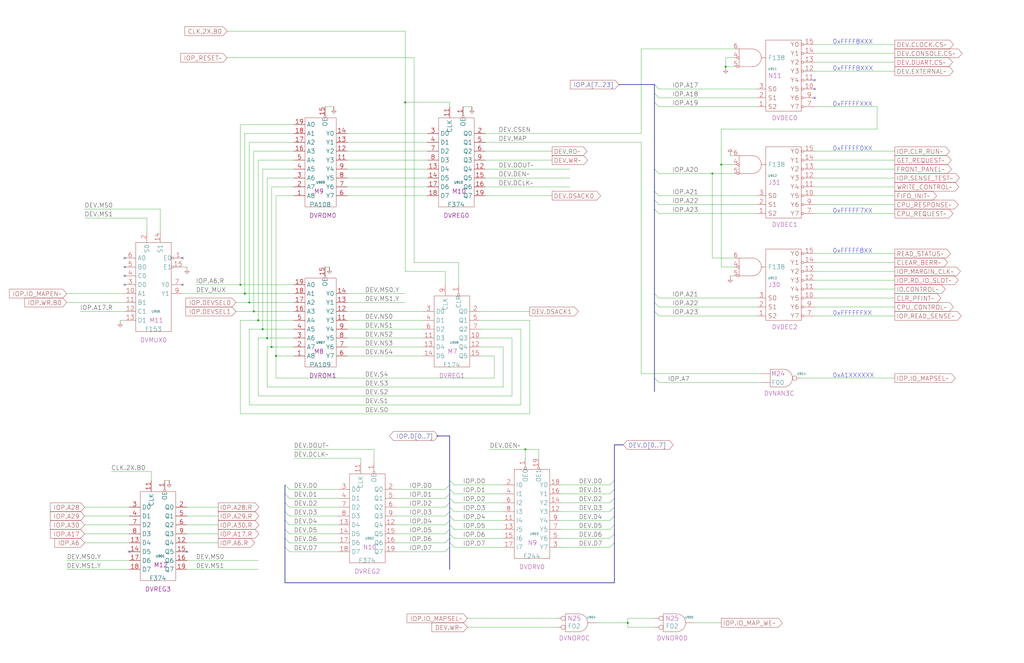
<source format=kicad_sch>
(kicad_sch (version 20250114) (generator "eeschema") (generator_version "9.0")
  (paper "User" 584.2 378.46)
  (title_block (title "DEVICES\\nINTERFACE LOGIC") (date "22-SEP-90") (rev "2.0") (comment 1 "IOC") (comment 2 "232-003061") (comment 3 "S400") (comment 4 "RELEASED"))
  (lib_symbols
    (symbol "r1000:F00" (pin_numbers (hide yes)) (pin_names (hide yes))
      (property "Reference" "U" (at 15.24 0 0))
      (property "Value" "F00" (at 1.905 -5.08 0))
      (property "Location" "___" (at 1.905 0 0))
      (property "Name" "______" (at 2.54 -12.7 0))
      (symbol "F00_1_1"
        (pin input line (at -7.62 0 0) (length 5.08) (name "D0") (number "1"))
        (pin input line (at -7.62 -5.08 0) (length 5.08) (name "D1") (number "2"))
        (pin output line (at 15.24 -2.54 180) (length 2.54) (name "Q") (number "3"))
      )
      (symbol "F00_1_2"
        (pin input line (at -7.62 0 0) (length 2.54) (name "D0") (number "1"))
        (pin input line (at -7.62 -5.08 0) (length 2.54) (name "D1") (number "2"))
        (pin output line (at 15.24 -2.54 180) (length 5.08) (name "Q") (number "3"))
      )
    )
    (symbol "r1000:F02" (pin_numbers (hide yes)) (pin_names (hide yes))
      (property "Reference" "U" (at 12.16 0.635 0))
      (property "Value" "F02" (at -1.27 -4.445 0))
      (property "Location" "___" (at 2.54 0 0))
      (property "Name" "______" (at 2.54 -12.7 0))
      (symbol "F02_1_1"
        (pin input line (at -7.62 0 0) (length 2.54) (name "D0") (number "1"))
        (pin input line (at -7.62 -5.08 0) (length 2.54) (name "D1") (number "2"))
        (pin output line (at 15.24 -2.54 180) (length 1.27) (name "Q") (number "3"))
      )
      (symbol "F02_1_2"
        (pin input line (at -7.62 0 0) (length 2.54) (name "D0") (number "1"))
        (pin input line (at -7.62 -5.08 0) (length 2.54) (name "D1") (number "2"))
        (pin output line (at 15.24 -2.54 180) (length 2.54) (name "Q") (number "3"))
      )
    )
    (symbol "r1000:F138" (pin_names (offset 1.016) (hide yes))
      (property "Reference" "U" (at 1.27 3.81 0))
      (property "Value" "F138" (at -1.27 10.16 0))
      (property "Location" "___" (at -1.27 0 0))
      (property "Name" "______" (at 8.255 -24.13 0))
      (symbol "F138_1_1"
        (text "S" (at 0 -7.62 0) (effects (font (size 2.54 2.54))))
        (text "S" (at 0 -12.7 0) (effects (font (size 2.54 2.54))))
        (text "S" (at 0 -17.78 0) (effects (font (size 2.54 2.54))))
        (text "0" (at 2.54 -7.62 0) (effects (font (size 2.54 2.54))))
        (text "1" (at 2.54 -12.7 0) (effects (font (size 2.54 2.54))))
        (text "2" (at 2.54 -17.78 0) (effects (font (size 2.54 2.54))))
        (text "Y" (at 12.7 17.78 0) (effects (font (size 2.54 2.54))))
        (text "Y" (at 12.7 12.7 0) (effects (font (size 2.54 2.54))))
        (text "Y" (at 12.7 7.62 0) (effects (font (size 2.54 2.54))))
        (text "Y" (at 12.7 2.54 0) (effects (font (size 2.54 2.54))))
        (text "Y" (at 12.7 -2.54 0) (effects (font (size 2.54 2.54))))
        (text "Y" (at 12.7 -7.62 0) (effects (font (size 2.54 2.54))))
        (text "Y" (at 12.7 -12.7 0) (effects (font (size 2.54 2.54))))
        (text "Y" (at 12.7 -17.78 0) (effects (font (size 2.54 2.54))))
        (text "0" (at 15.24 17.78 0) (effects (font (size 2.54 2.54))))
        (text "1" (at 15.24 12.7 0) (effects (font (size 2.54 2.54))))
        (text "2" (at 15.24 7.62 0) (effects (font (size 2.54 2.54))))
        (text "3" (at 15.24 2.54 0) (effects (font (size 2.54 2.54))))
        (text "4" (at 15.24 -2.54 0) (effects (font (size 2.54 2.54))))
        (text "5" (at 15.24 -7.62 0) (effects (font (size 2.54 2.54))))
        (text "6" (at 15.24 -12.7 0) (effects (font (size 2.54 2.54))))
        (text "7" (at 15.24 -17.78 0) (effects (font (size 2.54 2.54))))
        (pin input line (at -20.32 15.24 0) (length 1.27) (name "D0") (number "6"))
        (pin input line (at -20.32 10.16 0) (length 1.27) (name "D1") (number "4"))
        (pin input line (at -20.32 5.08 0) (length 1.27) (name "D2") (number "5"))
        (pin input line (at -7.62 -7.62 0) (length 5.08) (name "S0") (number "3"))
        (pin input line (at -7.62 -12.7 0) (length 5.08) (name "S1") (number "2"))
        (pin input line (at -7.62 -17.78 0) (length 5.08) (name "S2") (number "1"))
        (pin output line (at 25.4 17.78 180) (length 6.35) (name "Y0_") (number "15"))
        (pin output line (at 25.4 12.7 180) (length 6.35) (name "Y1_") (number "14"))
        (pin output line (at 25.4 7.62 180) (length 6.35) (name "Y2_") (number "13"))
        (pin output line (at 25.4 2.54 180) (length 6.35) (name "Y3_") (number "12"))
        (pin output line (at 25.4 -2.54 180) (length 6.35) (name "Y4_") (number "11"))
        (pin output line (at 25.4 -7.62 180) (length 6.35) (name "Y5_") (number "10"))
        (pin output line (at 25.4 -12.7 180) (length 6.35) (name "Y6_") (number "9"))
        (pin output line (at 25.4 -17.78 180) (length 6.35) (name "Y7_") (number "7"))
      )
    )
    (symbol "r1000:F153" (pin_names (offset 1.016))
      (property "Reference" "U" (at 2.54 5.08 0))
      (property "Value" "F153" (at -3.81 -5.08 0))
      (property "Location" "___" (at -1.27 0 0))
      (property "Name" "______" (at 1.27 -12.7 0))
      (symbol "F153_1_1"
        (pin input line (at -15.24 35.56 0) (length 6.35) (name "A0") (number "6"))
        (pin input line (at -15.24 30.48 0) (length 6.35) (name "B0") (number "5"))
        (pin input line (at -15.24 25.4 0) (length 6.35) (name "C0") (number "4"))
        (pin input line (at -15.24 20.32 0) (length 6.35) (name "D0") (number "3"))
        (pin input line (at -15.24 15.24 0) (length 6.35) (name "A1") (number "10"))
        (pin input line (at -15.24 10.16 0) (length 6.35) (name "B1") (number "11"))
        (pin input line (at -15.24 5.08 0) (length 6.35) (name "C1") (number "12"))
        (pin input line (at -15.24 0 0) (length 6.35) (name "D1") (number "13"))
        (pin input line (at -2.54 50.8 270) (length 6.35) (name "S0") (number "2"))
        (pin input line (at 5.08 50.8 270) (length 6.35) (name "S1") (number "14"))
        (pin input line (at 17.78 35.56 180) (length 5.08) (name "E0") (number "1"))
        (pin input line (at 17.78 30.48 180) (length 5.08) (name "E1") (number "15"))
        (pin output line (at 17.78 20.32 180) (length 6.35) (name "Y0") (number "7"))
        (pin output line (at 17.78 15.24 180) (length 6.35) (name "Y1") (number "9"))
      )
    )
    (symbol "r1000:F174" (pin_names (offset 1.016))
      (property "Reference" "U" (at 2.54 5.08 0))
      (property "Value" "F174" (at -3.81 -7.62 0))
      (property "Location" "___" (at -1.27 0 0))
      (property "Name" "______" (at 1.27 -15.24 0))
      (symbol "F174_1_1"
        (pin input line (at -15.24 22.86 0) (length 6.35) (name "D0") (number "3"))
        (pin input line (at -15.24 17.78 0) (length 6.35) (name "D1") (number "4"))
        (pin input line (at -15.24 12.7 0) (length 6.35) (name "D2") (number "6"))
        (pin input line (at -15.24 7.62 0) (length 6.35) (name "D3") (number "11"))
        (pin input line (at -15.24 2.54 0) (length 6.35) (name "D4") (number "13"))
        (pin input line (at -15.24 -2.54 0) (length 6.35) (name "D5") (number "14"))
        (pin input line (at -2.54 38.1 270) (length 6.35) (name "CLK") (number "9"))
        (pin input line (at 5.08 38.1 270) (length 5.08) (name "CLR") (number "1"))
        (pin output line (at 17.78 22.86 180) (length 6.35) (name "Q0") (number "2"))
        (pin output line (at 17.78 17.78 180) (length 6.35) (name "Q1") (number "5"))
        (pin output line (at 17.78 12.7 180) (length 6.35) (name "Q2") (number "7"))
        (pin output line (at 17.78 7.62 180) (length 6.35) (name "Q3") (number "10"))
        (pin output line (at 17.78 2.54 180) (length 6.35) (name "Q4") (number "12"))
        (pin output line (at 17.78 -2.54 180) (length 6.35) (name "Q5") (number "15"))
      )
    )
    (symbol "r1000:F244" (pin_names (offset 1.016))
      (property "Reference" "U" (at 2.54 5.08 0))
      (property "Value" "F244" (at -3.81 -7.62 0))
      (property "Location" "___" (at -1.27 0 0))
      (property "Name" "______" (at 1.27 -15.24 0))
      (symbol "F244_1_1"
        (pin input line (at -15.24 33.02 0) (length 6.35) (name "I0") (number "2"))
        (pin input line (at -15.24 27.94 0) (length 6.35) (name "I1") (number "4"))
        (pin input line (at -15.24 22.86 0) (length 6.35) (name "I2") (number "6"))
        (pin input line (at -15.24 17.78 0) (length 6.35) (name "I3") (number "8"))
        (pin input line (at -15.24 12.7 0) (length 6.35) (name "I4") (number "11"))
        (pin input line (at -15.24 7.62 0) (length 6.35) (name "I5") (number "13"))
        (pin input line (at -15.24 2.54 0) (length 6.35) (name "I6") (number "15"))
        (pin input line (at -15.24 -2.54 0) (length 6.35) (name "I7") (number "17"))
        (pin input line (at -2.54 48.26 270) (length 5.08) (name "OE0") (number "1"))
        (pin input line (at 5.08 48.26 270) (length 5.08) (name "OE1") (number "19"))
        (pin tri_state line (at 17.78 33.02 180) (length 6.35) (name "Y0") (number "18"))
        (pin tri_state line (at 17.78 27.94 180) (length 6.35) (name "Y1") (number "16"))
        (pin tri_state line (at 17.78 22.86 180) (length 6.35) (name "Y2") (number "14"))
        (pin tri_state line (at 17.78 17.78 180) (length 6.35) (name "Y3") (number "12"))
        (pin tri_state line (at 17.78 12.7 180) (length 6.35) (name "Y4") (number "9"))
        (pin tri_state line (at 17.78 7.62 180) (length 6.35) (name "Y5") (number "7"))
        (pin tri_state line (at 17.78 2.54 180) (length 6.35) (name "Y6") (number "5"))
        (pin tri_state line (at 17.78 -2.54 180) (length 6.35) (name "Y7") (number "3"))
      )
    )
    (symbol "r1000:F374" (pin_names (offset 1.016))
      (property "Reference" "U" (at 2.54 5.08 0))
      (property "Value" "F374" (at -3.81 -7.62 0))
      (property "Location" "___" (at -1.27 0 0))
      (property "Name" "______" (at 1.27 -15.24 0))
      (symbol "F374_1_1"
        (pin input line (at -15.24 33.02 0) (length 6.35) (name "D0") (number "3"))
        (pin input line (at -15.24 27.94 0) (length 6.35) (name "D1") (number "4"))
        (pin input line (at -15.24 22.86 0) (length 6.35) (name "D2") (number "7"))
        (pin input line (at -15.24 17.78 0) (length 6.35) (name "D3") (number "8"))
        (pin input line (at -15.24 12.7 0) (length 6.35) (name "D4") (number "13"))
        (pin input line (at -15.24 7.62 0) (length 6.35) (name "D5") (number "14"))
        (pin input line (at -15.24 2.54 0) (length 6.35) (name "D6") (number "17"))
        (pin input line (at -15.24 -2.54 0) (length 6.35) (name "D7") (number "18"))
        (pin input line (at -2.54 48.26 270) (length 6.35) (name "CLK") (number "11"))
        (pin input line (at 5.08 48.26 270) (length 5.08) (name "OE") (number "1"))
        (pin tri_state line (at 17.78 33.02 180) (length 6.35) (name "Q0") (number "2"))
        (pin tri_state line (at 17.78 27.94 180) (length 6.35) (name "Q1") (number "5"))
        (pin tri_state line (at 17.78 22.86 180) (length 6.35) (name "Q2") (number "6"))
        (pin tri_state line (at 17.78 17.78 180) (length 6.35) (name "Q3") (number "9"))
        (pin tri_state line (at 17.78 12.7 180) (length 6.35) (name "Q4") (number "12"))
        (pin tri_state line (at 17.78 7.62 180) (length 6.35) (name "Q5") (number "15"))
        (pin tri_state line (at 17.78 2.54 180) (length 6.35) (name "Q6") (number "16"))
        (pin tri_state line (at 17.78 -2.54 180) (length 6.35) (name "Q7") (number "19"))
      )
    )
    (symbol "r1000:PAxxx" (pin_names (offset 1.016))
      (property "Reference" "U" (at 2.54 5.08 0))
      (property "Value" "PAxxx" (at -3.81 -7.62 0))
      (property "Location" "___" (at -1.27 0 0))
      (property "Name" "______" (at 3.81 -15.24 0))
      (symbol "PAxxx_1_1"
        (pin input line (at -12.7 38.1 0) (length 6.35) (name "A0") (number "19"))
        (pin input line (at -12.7 33.02 0) (length 6.35) (name "A1") (number "18"))
        (pin input line (at -12.7 27.94 0) (length 6.35) (name "A2") (number "17"))
        (pin input line (at -12.7 22.86 0) (length 6.35) (name "A3") (number "16"))
        (pin input line (at -12.7 17.78 0) (length 6.35) (name "A4") (number "5"))
        (pin input line (at -12.7 12.7 0) (length 6.35) (name "A5") (number "4"))
        (pin input line (at -12.7 7.62 0) (length 6.35) (name "A6") (number "3"))
        (pin input line (at -12.7 2.54 0) (length 6.35) (name "A7") (number "2"))
        (pin input line (at -12.7 -2.54 0) (length 6.35) (name "A8") (number "1"))
        (pin input line (at 5.08 48.26 270) (length 5.08) (name "OE") (number "15"))
        (pin tri_state line (at 17.78 33.02 180) (length 6.35) (name "Y0") (number "14"))
        (pin tri_state line (at 17.78 27.94 180) (length 6.35) (name "Y1") (number "13"))
        (pin tri_state line (at 17.78 22.86 180) (length 6.35) (name "Y2") (number "12"))
        (pin tri_state line (at 17.78 17.78 180) (length 6.35) (name "Y3") (number "11"))
        (pin tri_state line (at 17.78 12.7 180) (length 6.35) (name "Y4") (number "9"))
        (pin tri_state line (at 17.78 7.62 180) (length 6.35) (name "Y5") (number "8"))
        (pin tri_state line (at 17.78 2.54 180) (length 6.35) (name "Y6") (number "7"))
        (pin tri_state line (at 17.78 -2.54 180) (length 6.35) (name "Y7") (number "6"))
      )
    )
    (symbol "r1000:PD" (power) (pin_numbers (hide yes)) (pin_names (hide yes)) (in_bom no)
      (symbol "PD_1_1"
        (pin power_in line (at 0 0 270) (length 2.54) (name "PD") (number "1"))
      )
    )
    (symbol "r1000:PU" (power) (pin_numbers (hide yes)) (pin_names (hide yes))
      (symbol "PU_1_1"
        (pin power_in line (at 0 0 90) (length 2.54) (name "PU") (number "1"))
      )
    )
  )
  (text "0xA1XXXXXX" (at 474.98 215.9 0) (effects (font (size 2.54 2.54)) (justify left bottom)))
  (text "0xFFFFFXXX" (at 474.98 60.96 0) (effects (font (size 2.54 2.54)) (justify left bottom)))
  (text "0xFFFFF7XX" (at 474.98 121.92 0) (effects (font (size 2.54 2.54)) (justify left bottom)))
  (text "0xFFFFF0XX" (at 474.98 86.36 0) (effects (font (size 2.54 2.54)) (justify left bottom)))
  (text "0xFFFFF8XX" (at 474.98 144.78 0) (effects (font (size 2.54 2.54)) (justify left bottom)))
  (text "0xFFFFBXXX" (at 474.98 40.64 0) (effects (font (size 2.54 2.54)) (justify left bottom)))
  (text "0xFFFF8XXX" (at 474.98 25.4 0) (effects (font (size 2.54 2.54)) (justify left bottom)))
  (text "0xFFFFFFXX" (at 474.98 180.34 0) (effects (font (size 2.54 2.54)) (justify left bottom)))
  (junction (at 411.48 93.98))
  (junction (at 231.14 58.42))
  (junction (at 149.86 187.96))
  (junction (at 299.72 256.54))
  (junction (at 137.16 162.56))
  (junction (at 144.78 177.8))
  (junction (at 406.4 99.06))
  (junction (at 152.4 193.04))
  (junction (at 154.94 198.12))
  (junction (at 157.48 203.2))
  (junction (at 147.32 182.88))
  (junction (at 358.14 355.6))
  (junction (at 142.24 172.72))
  (junction (at 414.02 38.1))
  (junction (at 139.7 167.64))
  (no_connect (at 71.12 147.32))
  (no_connect (at 71.12 162.56))
  (no_connect (at 464.82 50.8))
  (no_connect (at 106.68 314.96))
  (no_connect (at 71.12 152.4))
  (no_connect (at 104.14 147.32))
  (no_connect (at 71.12 157.48))
  (no_connect (at 104.14 162.56))
  (no_connect (at 73.66 314.96))
  (no_connect (at 464.82 55.88))
  (no_connect (at 464.82 45.72))
  (bus_entry (at 256.54 279.4) (size 2.54 2.54))
  (bus_entry (at 350.52 289.56) (size -2.54 2.54))
  (bus_entry (at 256.54 284.48) (size 2.54 2.54))
  (bus_entry (at 373.38 48.26) (size 2.54 2.54))
  (bus_entry (at 350.52 284.48) (size -2.54 2.54))
  (bus_entry (at 350.52 299.72) (size -2.54 2.54))
  (bus_entry (at 373.38 96.52) (size 2.54 2.54))
  (bus_entry (at 373.38 215.9) (size 2.54 2.54))
  (bus_entry (at 162.56 302.26) (size 2.54 2.54))
  (bus_entry (at 350.52 274.32) (size -2.54 2.54))
  (bus_entry (at 350.52 304.8) (size -2.54 2.54))
  (bus_entry (at 350.52 309.88) (size -2.54 2.54))
  (bus_entry (at 256.54 292.1) (size -2.54 2.54))
  (bus_entry (at 256.54 297.18) (size -2.54 2.54))
  (bus_entry (at 373.38 119.38) (size 2.54 2.54))
  (bus_entry (at 373.38 172.72) (size 2.54 2.54))
  (bus_entry (at 162.56 297.18) (size 2.54 2.54))
  (bus_entry (at 162.56 307.34) (size 2.54 2.54))
  (bus_entry (at 373.38 58.42) (size 2.54 2.54))
  (bus_entry (at 256.54 287.02) (size -2.54 2.54))
  (bus_entry (at 162.56 287.02) (size 2.54 2.54))
  (bus_entry (at 256.54 294.64) (size 2.54 2.54))
  (bus_entry (at 256.54 281.94) (size -2.54 2.54))
  (bus_entry (at 373.38 177.8) (size 2.54 2.54))
  (bus_entry (at 162.56 276.86) (size 2.54 2.54))
  (bus_entry (at 373.38 167.64) (size 2.54 2.54))
  (bus_entry (at 256.54 312.42) (size -2.54 2.54))
  (bus_entry (at 162.56 292.1) (size 2.54 2.54))
  (bus_entry (at 373.38 114.3) (size 2.54 2.54))
  (bus_entry (at 373.38 109.22) (size 2.54 2.54))
  (bus_entry (at 256.54 276.86) (size -2.54 2.54))
  (bus_entry (at 256.54 309.88) (size 2.54 2.54))
  (bus_entry (at 256.54 307.34) (size -2.54 2.54))
  (bus_entry (at 350.52 279.4) (size -2.54 2.54))
  (bus_entry (at 373.38 53.34) (size 2.54 2.54))
  (bus_entry (at 350.52 294.64) (size -2.54 2.54))
  (bus_entry (at 256.54 302.26) (size -2.54 2.54))
  (bus_entry (at 162.56 312.42) (size 2.54 2.54))
  (bus_entry (at 256.54 304.8) (size 2.54 2.54))
  (bus_entry (at 256.54 299.72) (size 2.54 2.54))
  (bus_entry (at 256.54 289.56) (size 2.54 2.54))
  (bus_entry (at 256.54 274.32) (size 2.54 2.54))
  (bus_entry (at 162.56 281.94) (size 2.54 2.54))
  (wire (pts (xy 411.48 152.4) (xy 419.1 152.4)))
  (wire (pts (xy 375.92 175.26) (xy 431.8 175.26)))
  (wire (pts (xy 185.42 152.4) (xy 187.96 152.4)))
  (wire (pts (xy 83.82 124.46) (xy 83.82 132.08)))
  (wire (pts (xy 142.24 81.28) (xy 142.24 172.72)))
  (wire (pts (xy 167.64 256.54) (xy 213.36 256.54)))
  (wire (pts (xy 137.16 182.88) (xy 147.32 182.88)))
  (wire (pts (xy 167.64 81.28) (xy 142.24 81.28)))
  (wire (pts (xy 375.92 50.8) (xy 431.8 50.8)))
  (wire (pts (xy 165.1 299.72) (xy 193.04 299.72)))
  (bus (pts (xy 162.56 302.26) (xy 162.56 307.34)))
  (wire (pts (xy 411.48 73.66) (xy 411.48 93.98)))
  (wire (pts (xy 231.14 154.94) (xy 231.14 58.42)))
  (wire (pts (xy 292.1 193.04) (xy 292.1 226.06)))
  (wire (pts (xy 375.92 60.96) (xy 431.8 60.96)))
  (wire (pts (xy 144.78 177.8) (xy 167.64 177.8)))
  (bus (pts (xy 162.56 297.18) (xy 162.56 302.26)))
  (wire (pts (xy 256.54 60.96) (xy 256.54 58.42)))
  (bus (pts (xy 373.38 48.26) (xy 373.38 53.34)))
  (wire (pts (xy 86.36 269.24) (xy 86.36 274.32)))
  (wire (pts (xy 147.32 193.04) (xy 152.4 193.04)))
  (bus (pts (xy 256.54 292.1) (xy 256.54 294.64)))
  (wire (pts (xy 406.4 147.32) (xy 419.1 147.32)))
  (wire (pts (xy 165.1 284.48) (xy 193.04 284.48)))
  (wire (pts (xy 411.48 93.98) (xy 419.1 93.98)))
  (wire (pts (xy 167.64 91.44) (xy 147.32 91.44)))
  (wire (pts (xy 152.4 220.98) (xy 287.02 220.98)))
  (wire (pts (xy 129.54 33.02) (xy 236.22 33.02)))
  (wire (pts (xy 198.12 86.36) (xy 243.84 86.36)))
  (wire (pts (xy 38.1 325.12) (xy 73.66 325.12)))
  (wire (pts (xy 157.48 111.76) (xy 157.48 203.2)))
  (wire (pts (xy 464.82 96.52) (xy 510.54 96.52)))
  (wire (pts (xy 365.76 81.28) (xy 365.76 213.36)))
  (wire (pts (xy 106.68 320.04) (xy 147.32 320.04)))
  (bus (pts (xy 256.54 297.18) (xy 256.54 299.72)))
  (wire (pts (xy 149.86 187.96) (xy 149.86 96.52)))
  (wire (pts (xy 464.82 30.48) (xy 510.54 30.48)))
  (wire (pts (xy 165.1 304.8) (xy 193.04 304.8)))
  (wire (pts (xy 198.12 96.52) (xy 243.84 96.52)))
  (wire (pts (xy 48.26 124.46) (xy 83.82 124.46)))
  (wire (pts (xy 137.16 71.12) (xy 137.16 162.56)))
  (wire (pts (xy 297.18 231.14) (xy 297.18 187.96)))
  (wire (pts (xy 464.82 149.86) (xy 510.54 149.86)))
  (bus (pts (xy 256.54 284.48) (xy 256.54 287.02)))
  (wire (pts (xy 264.16 60.96) (xy 269.24 60.96)))
  (bus (pts (xy 350.52 274.32) (xy 350.52 279.4)))
  (wire (pts (xy 134.62 177.8) (xy 144.78 177.8)))
  (wire (pts (xy 375.92 55.88) (xy 431.8 55.88)))
  (wire (pts (xy 320.04 292.1) (xy 347.98 292.1)))
  (bus (pts (xy 256.54 302.26) (xy 256.54 304.8)))
  (wire (pts (xy 274.32 193.04) (xy 292.1 193.04)))
  (bus (pts (xy 256.54 307.34) (xy 256.54 309.88)))
  (wire (pts (xy 274.32 182.88) (xy 302.26 182.88)))
  (bus (pts (xy 350.52 299.72) (xy 350.52 304.8)))
  (wire (pts (xy 276.86 81.28) (xy 365.76 81.28)))
  (wire (pts (xy 276.86 86.36) (xy 314.96 86.36)))
  (wire (pts (xy 185.42 60.96) (xy 190.5 60.96)))
  (wire (pts (xy 406.4 99.06) (xy 406.4 147.32)))
  (wire (pts (xy 147.32 226.06) (xy 147.32 193.04)))
  (wire (pts (xy 38.1 320.04) (xy 73.66 320.04)))
  (wire (pts (xy 464.82 60.96) (xy 500.38 60.96)))
  (wire (pts (xy 198.12 91.44) (xy 243.84 91.44)))
  (wire (pts (xy 302.26 236.22) (xy 137.16 236.22)))
  (bus (pts (xy 350.52 309.88) (xy 350.52 332.74)))
  (wire (pts (xy 457.2 215.9) (xy 510.54 215.9)))
  (wire (pts (xy 236.22 149.86) (xy 261.62 149.86)))
  (wire (pts (xy 297.18 187.96) (xy 274.32 187.96)))
  (wire (pts (xy 416.56 157.48) (xy 419.1 157.48)))
  (wire (pts (xy 198.12 187.96) (xy 241.3 187.96)))
  (wire (pts (xy 464.82 101.6) (xy 510.54 101.6)))
  (wire (pts (xy 198.12 172.72) (xy 231.14 172.72)))
  (wire (pts (xy 226.06 279.4) (xy 254 279.4)))
  (wire (pts (xy 276.86 101.6) (xy 325.12 101.6)))
  (wire (pts (xy 302.26 182.88) (xy 302.26 236.22)))
  (wire (pts (xy 320.04 281.94) (xy 347.98 281.94)))
  (wire (pts (xy 134.62 172.72) (xy 142.24 172.72)))
  (wire (pts (xy 276.86 111.76) (xy 314.96 111.76)))
  (wire (pts (xy 274.32 203.2) (xy 281.94 203.2)))
  (wire (pts (xy 320.04 276.86) (xy 347.98 276.86)))
  (wire (pts (xy 139.7 167.64) (xy 139.7 76.2)))
  (bus (pts (xy 373.38 172.72) (xy 373.38 177.8)))
  (wire (pts (xy 142.24 172.72) (xy 167.64 172.72)))
  (wire (pts (xy 198.12 198.12) (xy 241.3 198.12)))
  (wire (pts (xy 147.32 182.88) (xy 167.64 182.88)))
  (wire (pts (xy 276.86 106.68) (xy 325.12 106.68)))
  (wire (pts (xy 157.48 215.9) (xy 157.48 203.2)))
  (wire (pts (xy 167.64 187.96) (xy 149.86 187.96)))
  (bus (pts (xy 373.38 167.64) (xy 373.38 172.72)))
  (bus (pts (xy 256.54 248.92) (xy 256.54 274.32)))
  (bus (pts (xy 162.56 276.86) (xy 162.56 281.94)))
  (wire (pts (xy 287.02 220.98) (xy 287.02 198.12)))
  (wire (pts (xy 414.02 38.1) (xy 419.1 38.1)))
  (wire (pts (xy 38.1 172.72) (xy 71.12 172.72)))
  (wire (pts (xy 464.82 91.44) (xy 510.54 91.44)))
  (wire (pts (xy 144.78 177.8) (xy 144.78 86.36)))
  (wire (pts (xy 281.94 203.2) (xy 281.94 215.9)))
  (wire (pts (xy 226.06 314.96) (xy 254 314.96)))
  (wire (pts (xy 198.12 101.6) (xy 243.84 101.6)))
  (wire (pts (xy 154.94 106.68) (xy 167.64 106.68)))
  (wire (pts (xy 104.14 152.4) (xy 106.68 152.4)))
  (wire (pts (xy 464.82 111.76) (xy 510.54 111.76)))
  (bus (pts (xy 350.52 254) (xy 355.6 254)))
  (wire (pts (xy 266.7 353.06) (xy 317.5 353.06)))
  (wire (pts (xy 231.14 58.42) (xy 256.54 58.42)))
  (wire (pts (xy 106.68 304.8) (xy 124.46 304.8)))
  (wire (pts (xy 93.98 274.32) (xy 96.52 274.32)))
  (wire (pts (xy 167.64 198.12) (xy 154.94 198.12)))
  (wire (pts (xy 411.48 93.98) (xy 411.48 152.4)))
  (wire (pts (xy 464.82 121.92) (xy 510.54 121.92)))
  (wire (pts (xy 365.76 76.2) (xy 276.86 76.2)))
  (wire (pts (xy 254 154.94) (xy 231.14 154.94)))
  (bus (pts (xy 162.56 312.42) (xy 162.56 332.74)))
  (wire (pts (xy 414.02 33.02) (xy 414.02 38.1)))
  (wire (pts (xy 231.14 58.42) (xy 231.14 17.78)))
  (wire (pts (xy 419.1 33.02) (xy 414.02 33.02)))
  (wire (pts (xy 226.06 309.88) (xy 254 309.88)))
  (bus (pts (xy 350.52 304.8) (xy 350.52 309.88)))
  (bus (pts (xy 162.56 281.94) (xy 162.56 287.02)))
  (wire (pts (xy 375.92 180.34) (xy 431.8 180.34)))
  (wire (pts (xy 320.04 297.18) (xy 347.98 297.18)))
  (wire (pts (xy 464.82 40.64) (xy 510.54 40.64)))
  (bus (pts (xy 248.92 248.92) (xy 256.54 248.92)))
  (bus (pts (xy 350.52 279.4) (xy 350.52 284.48)))
  (wire (pts (xy 63.5 269.24) (xy 86.36 269.24)))
  (wire (pts (xy 365.76 213.36) (xy 434.34 213.36)))
  (wire (pts (xy 198.12 167.64) (xy 231.14 167.64)))
  (bus (pts (xy 350.52 284.48) (xy 350.52 289.56)))
  (wire (pts (xy 226.06 299.72) (xy 254 299.72)))
  (bus (pts (xy 373.38 96.52) (xy 373.38 109.22)))
  (wire (pts (xy 226.06 294.64) (xy 254 294.64)))
  (wire (pts (xy 198.12 182.88) (xy 241.3 182.88)))
  (wire (pts (xy 464.82 165.1) (xy 510.54 165.1)))
  (wire (pts (xy 464.82 106.68) (xy 510.54 106.68)))
  (wire (pts (xy 375.92 121.92) (xy 431.8 121.92)))
  (wire (pts (xy 152.4 101.6) (xy 152.4 193.04)))
  (wire (pts (xy 340.36 355.6) (xy 358.14 355.6)))
  (bus (pts (xy 256.54 304.8) (xy 256.54 307.34)))
  (wire (pts (xy 299.72 256.54) (xy 307.34 256.54)))
  (wire (pts (xy 375.92 116.84) (xy 431.8 116.84)))
  (wire (pts (xy 106.68 309.88) (xy 124.46 309.88)))
  (wire (pts (xy 500.38 60.96) (xy 500.38 73.66)))
  (wire (pts (xy 111.76 162.56) (xy 137.16 162.56)))
  (wire (pts (xy 154.94 198.12) (xy 152.4 198.12)))
  (wire (pts (xy 259.08 276.86) (xy 287.02 276.86)))
  (bus (pts (xy 162.56 292.1) (xy 162.56 297.18)))
  (wire (pts (xy 396.24 355.6) (xy 411.48 355.6)))
  (wire (pts (xy 165.1 294.64) (xy 193.04 294.64)))
  (wire (pts (xy 259.08 292.1) (xy 287.02 292.1)))
  (wire (pts (xy 259.08 281.94) (xy 287.02 281.94)))
  (wire (pts (xy 406.4 99.06) (xy 419.1 99.06)))
  (wire (pts (xy 142.24 231.14) (xy 297.18 231.14)))
  (wire (pts (xy 464.82 35.56) (xy 510.54 35.56)))
  (wire (pts (xy 259.08 307.34) (xy 287.02 307.34)))
  (wire (pts (xy 167.64 71.12) (xy 137.16 71.12)))
  (wire (pts (xy 279.4 256.54) (xy 299.72 256.54)))
  (bus (pts (xy 256.54 309.88) (xy 256.54 312.42)))
  (wire (pts (xy 464.82 86.36) (xy 510.54 86.36)))
  (bus (pts (xy 162.56 332.74) (xy 350.52 332.74)))
  (wire (pts (xy 38.1 167.64) (xy 71.12 167.64)))
  (wire (pts (xy 464.82 180.34) (xy 510.54 180.34)))
  (bus (pts (xy 162.56 307.34) (xy 162.56 312.42)))
  (bus (pts (xy 256.54 294.64) (xy 256.54 297.18)))
  (wire (pts (xy 416.56 88.9) (xy 419.1 88.9)))
  (wire (pts (xy 226.06 284.48) (xy 254 284.48)))
  (wire (pts (xy 152.4 193.04) (xy 167.64 193.04)))
  (wire (pts (xy 198.12 76.2) (xy 243.84 76.2)))
  (wire (pts (xy 106.68 325.12) (xy 147.32 325.12)))
  (wire (pts (xy 464.82 160.02) (xy 510.54 160.02)))
  (wire (pts (xy 464.82 144.78) (xy 510.54 144.78)))
  (bus (pts (xy 256.54 312.42) (xy 256.54 325.12)))
  (wire (pts (xy 299.72 256.54) (xy 299.72 261.62)))
  (wire (pts (xy 205.74 261.62) (xy 205.74 264.16)))
  (wire (pts (xy 375.92 99.06) (xy 406.4 99.06)))
  (wire (pts (xy 320.04 287.02) (xy 347.98 287.02)))
  (wire (pts (xy 149.86 187.96) (xy 142.24 187.96)))
  (wire (pts (xy 375.92 170.18) (xy 431.8 170.18)))
  (wire (pts (xy 106.68 299.72) (xy 124.46 299.72)))
  (bus (pts (xy 256.54 274.32) (xy 256.54 276.86)))
  (wire (pts (xy 358.14 353.06) (xy 373.38 353.06)))
  (wire (pts (xy 157.48 203.2) (xy 167.64 203.2)))
  (bus (pts (xy 162.56 287.02) (xy 162.56 292.1)))
  (wire (pts (xy 213.36 256.54) (xy 213.36 264.16)))
  (wire (pts (xy 154.94 198.12) (xy 154.94 106.68)))
  (wire (pts (xy 259.08 287.02) (xy 287.02 287.02)))
  (bus (pts (xy 350.52 294.64) (xy 350.52 299.72)))
  (wire (pts (xy 375.92 218.44) (xy 434.34 218.44)))
  (wire (pts (xy 165.1 309.88) (xy 193.04 309.88)))
  (bus (pts (xy 373.38 119.38) (xy 373.38 167.64)))
  (wire (pts (xy 167.64 261.62) (xy 205.74 261.62)))
  (wire (pts (xy 68.58 182.88) (xy 71.12 182.88)))
  (wire (pts (xy 106.68 294.64) (xy 124.46 294.64)))
  (wire (pts (xy 276.86 91.44) (xy 314.96 91.44)))
  (wire (pts (xy 48.26 119.38) (xy 91.44 119.38)))
  (wire (pts (xy 139.7 167.64) (xy 167.64 167.64)))
  (bus (pts (xy 373.38 53.34) (xy 373.38 58.42)))
  (wire (pts (xy 259.08 312.42) (xy 287.02 312.42)))
  (wire (pts (xy 358.14 355.6) (xy 358.14 353.06)))
  (bus (pts (xy 256.54 289.56) (xy 256.54 292.1)))
  (wire (pts (xy 48.26 304.8) (xy 73.66 304.8)))
  (wire (pts (xy 226.06 289.56) (xy 254 289.56)))
  (wire (pts (xy 198.12 106.68) (xy 243.84 106.68)))
  (wire (pts (xy 106.68 289.56) (xy 124.46 289.56)))
  (wire (pts (xy 48.26 299.72) (xy 73.66 299.72)))
  (bus (pts (xy 256.54 281.94) (xy 256.54 284.48)))
  (wire (pts (xy 464.82 154.94) (xy 510.54 154.94)))
  (wire (pts (xy 276.86 96.52) (xy 325.12 96.52)))
  (bus (pts (xy 256.54 279.4) (xy 256.54 281.94)))
  (wire (pts (xy 274.32 177.8) (xy 302.26 177.8)))
  (wire (pts (xy 261.62 149.86) (xy 261.62 162.56)))
  (wire (pts (xy 104.14 167.64) (xy 139.7 167.64)))
  (wire (pts (xy 287.02 198.12) (xy 274.32 198.12)))
  (wire (pts (xy 259.08 297.18) (xy 287.02 297.18)))
  (wire (pts (xy 254 162.56) (xy 254 154.94)))
  (wire (pts (xy 375.92 111.76) (xy 431.8 111.76)))
  (bus (pts (xy 256.54 276.86) (xy 256.54 279.4)))
  (wire (pts (xy 142.24 187.96) (xy 142.24 231.14)))
  (wire (pts (xy 281.94 215.9) (xy 157.48 215.9)))
  (wire (pts (xy 152.4 198.12) (xy 152.4 220.98)))
  (wire (pts (xy 48.26 294.64) (xy 73.66 294.64)))
  (wire (pts (xy 48.26 289.56) (xy 73.66 289.56)))
  (wire (pts (xy 320.04 302.26) (xy 347.98 302.26)))
  (wire (pts (xy 226.06 304.8) (xy 254 304.8)))
  (wire (pts (xy 500.38 73.66) (xy 411.48 73.66)))
  (wire (pts (xy 165.1 279.4) (xy 193.04 279.4)))
  (wire (pts (xy 292.1 226.06) (xy 147.32 226.06)))
  (wire (pts (xy 236.22 33.02) (xy 236.22 149.86)))
  (bus (pts (xy 373.38 109.22) (xy 373.38 114.3)))
  (wire (pts (xy 464.82 25.4) (xy 510.54 25.4)))
  (wire (pts (xy 165.1 289.56) (xy 193.04 289.56)))
  (wire (pts (xy 165.1 314.96) (xy 193.04 314.96)))
  (wire (pts (xy 198.12 193.04) (xy 241.3 193.04)))
  (bus (pts (xy 353.06 48.26) (xy 373.38 48.26)))
  (wire (pts (xy 231.14 17.78) (xy 129.54 17.78)))
  (wire (pts (xy 419.1 27.94) (xy 365.76 27.94)))
  (wire (pts (xy 198.12 111.76) (xy 243.84 111.76)))
  (bus (pts (xy 350.52 289.56) (xy 350.52 294.64)))
  (wire (pts (xy 91.44 119.38) (xy 91.44 132.08)))
  (wire (pts (xy 365.76 27.94) (xy 365.76 76.2)))
  (bus (pts (xy 256.54 299.72) (xy 256.54 302.26)))
  (wire (pts (xy 464.82 116.84) (xy 510.54 116.84)))
  (bus (pts (xy 256.54 287.02) (xy 256.54 289.56)))
  (wire (pts (xy 45.72 177.8) (xy 71.12 177.8)))
  (wire (pts (xy 307.34 256.54) (xy 307.34 261.62)))
  (wire (pts (xy 464.82 170.18) (xy 510.54 170.18)))
  (wire (pts (xy 149.86 96.52) (xy 167.64 96.52)))
  (bus (pts (xy 373.38 177.8) (xy 373.38 215.9)))
  (wire (pts (xy 320.04 312.42) (xy 347.98 312.42)))
  (bus (pts (xy 373.38 114.3) (xy 373.38 119.38)))
  (wire (pts (xy 266.7 358.14) (xy 317.5 358.14)))
  (wire (pts (xy 137.16 162.56) (xy 167.64 162.56)))
  (wire (pts (xy 198.12 203.2) (xy 241.3 203.2)))
  (wire (pts (xy 147.32 91.44) (xy 147.32 182.88)))
  (bus (pts (xy 373.38 215.9) (xy 373.38 223.52)))
  (wire (pts (xy 137.16 236.22) (xy 137.16 182.88)))
  (bus (pts (xy 350.52 254) (xy 350.52 274.32)))
  (bus (pts (xy 373.38 58.42) (xy 373.38 96.52)))
  (wire (pts (xy 358.14 358.14) (xy 358.14 355.6)))
  (wire (pts (xy 464.82 175.26) (xy 510.54 175.26)))
  (wire (pts (xy 198.12 81.28) (xy 243.84 81.28)))
  (wire (pts (xy 144.78 86.36) (xy 167.64 86.36)))
  (wire (pts (xy 198.12 177.8) (xy 241.3 177.8)))
  (wire (pts (xy 48.26 309.88) (xy 73.66 309.88)))
  (wire (pts (xy 259.08 302.26) (xy 287.02 302.26)))
  (wire (pts (xy 320.04 307.34) (xy 347.98 307.34)))
  (wire (pts (xy 139.7 76.2) (xy 167.64 76.2)))
  (wire (pts (xy 373.38 358.14) (xy 358.14 358.14)))
  (wire (pts (xy 167.64 111.76) (xy 157.48 111.76)))
  (wire (pts (xy 167.64 101.6) (xy 152.4 101.6)))
  (label "DEV.MS0.Y" (at 38.1 320.04 0) (effects (font (size 2.54 2.54))))
  (label "DEV.S4" (at 208.28 215.9 0) (effects (font (size 2.54 2.54))))
  (label "IOP.D3" (at 233.68 294.64 0) (effects (font (size 2.54 2.54))))
  (label "IOP.D3" (at 264.16 292.1 0) (effects (font (size 2.54 2.54))))
  (label "DEV.D4" (at 167.64 299.72 0) (effects (font (size 2.54 2.54))))
  (label "IOP.D7" (at 233.68 314.96 0) (effects (font (size 2.54 2.54))))
  (label "DEV.DOUT~" (at 167.64 256.54 0) (effects (font (size 2.54 2.54))))
  (label "IOP.D6" (at 233.68 309.88 0) (effects (font (size 2.54 2.54))))
  (label "IOP.A17.R" (at 45.72 177.8 0) (effects (font (size 2.54 2.54))))
  (label "IOP.A6.R" (at 111.76 162.56 0) (effects (font (size 2.54 2.54))))
  (label "IOP.A7" (at 381 218.44 0) (effects (font (size 2.54 2.54))))
  (label "DEV.NS0" (at 208.28 182.88 0) (effects (font (size 2.54 2.54))))
  (label "IOP.D6" (at 264.16 307.34 0) (effects (font (size 2.54 2.54))))
  (label "DEV.MS0" (at 48.26 119.38 0) (effects (font (size 2.54 2.54))))
  (label "DEV.D0" (at 167.64 279.4 0) (effects (font (size 2.54 2.54))))
  (label "IOP.D4" (at 233.68 299.72 0) (effects (font (size 2.54 2.54))))
  (label "DEV.D5" (at 330.2 302.26 0) (effects (font (size 2.54 2.54))))
  (label "DEV.NS3" (at 208.28 198.12 0) (effects (font (size 2.54 2.54))))
  (label "IOP.A18" (at 383.54 55.88 0) (effects (font (size 2.54 2.54))))
  (label "IOP.D5" (at 233.68 304.8 0) (effects (font (size 2.54 2.54))))
  (label "DEV.DCLK~" (at 284.48 106.68 0) (effects (font (size 2.54 2.54))))
  (label "DEV.DCLK~" (at 167.64 261.62 0) (effects (font (size 2.54 2.54))))
  (label "IOP.A22" (at 383.54 175.26 0) (effects (font (size 2.54 2.54))))
  (label "IOP.D2" (at 264.16 287.02 0) (effects (font (size 2.54 2.54))))
  (label "IOP.A19" (at 383.54 60.96 0) (effects (font (size 2.54 2.54))))
  (label "DEV.MS1.Y" (at 208.28 172.72 0) (effects (font (size 2.54 2.54))))
  (label "DEV.D6" (at 167.64 309.88 0) (effects (font (size 2.54 2.54))))
  (label "IOP.D0" (at 264.16 276.86 0) (effects (font (size 2.54 2.54))))
  (label "DEV.NS2" (at 208.28 193.04 0) (effects (font (size 2.54 2.54))))
  (label "DEV.D3" (at 330.2 292.1 0) (effects (font (size 2.54 2.54))))
  (label "DEV.D6" (at 330.2 307.34 0) (effects (font (size 2.54 2.54))))
  (label "IOP.A23" (at 383.54 121.92 0) (effects (font (size 2.54 2.54))))
  (label "DEV.D7" (at 330.2 312.42 0) (effects (font (size 2.54 2.54))))
  (label "DEV.D2" (at 167.64 289.56 0) (effects (font (size 2.54 2.54))))
  (label "DEV.DEN~" (at 284.48 101.6 0) (effects (font (size 2.54 2.54))))
  (label "DEV.D2" (at 330.2 287.02 0) (effects (font (size 2.54 2.54))))
  (label "IOP.D1" (at 233.68 284.48 0) (effects (font (size 2.54 2.54))))
  (label "DEV.D5" (at 167.64 304.8 0) (effects (font (size 2.54 2.54))))
  (label "DEV.S1" (at 208.28 231.14 0) (effects (font (size 2.54 2.54))))
  (label "IOP.A21" (at 383.54 170.18 0) (effects (font (size 2.54 2.54))))
  (label "DEV.DEN~" (at 279.4 256.54 0) (effects (font (size 2.54 2.54))))
  (label "IOP.A22" (at 383.54 116.84 0) (effects (font (size 2.54 2.54))))
  (label "IOP.D1" (at 264.16 281.94 0) (effects (font (size 2.54 2.54))))
  (label "DEV.D1" (at 330.2 281.94 0) (effects (font (size 2.54 2.54))))
  (label "DEV.CSEN" (at 284.48 76.2 0) (effects (font (size 2.54 2.54))))
  (label "DEV.MS1" (at 111.76 325.12 0) (effects (font (size 2.54 2.54))))
  (label "DEV.D3" (at 167.64 294.64 0) (effects (font (size 2.54 2.54))))
  (label "CLK.2X.B0" (at 63.5 269.24 0) (effects (font (size 2.54 2.54))))
  (label "IOP.D0" (at 233.68 279.4 0) (effects (font (size 2.54 2.54))))
  (label "DEV.NS1" (at 208.28 187.96 0) (effects (font (size 2.54 2.54))))
  (label "DEV.MS1.Y" (at 38.1 325.12 0) (effects (font (size 2.54 2.54))))
  (label "DEV.D7" (at 167.64 314.96 0) (effects (font (size 2.54 2.54))))
  (label "DEV.MS0.Y" (at 208.28 167.64 0) (effects (font (size 2.54 2.54))))
  (label "DEV.MS0" (at 111.76 320.04 0) (effects (font (size 2.54 2.54))))
  (label "DEV.S2" (at 208.28 226.06 0) (effects (font (size 2.54 2.54))))
  (label "DEV.MAP" (at 284.48 81.28 0) (effects (font (size 2.54 2.54))))
  (label "DEV.MS1" (at 48.26 124.46 0) (effects (font (size 2.54 2.54))))
  (label "DEV.S0" (at 208.28 236.22 0) (effects (font (size 2.54 2.54))))
  (label "DEV.D1" (at 167.64 284.48 0) (effects (font (size 2.54 2.54))))
  (label "DEV_MUX" (at 111.76 167.64 0) (effects (font (size 2.54 2.54))))
  (label "IOP.A21" (at 383.54 111.76 0) (effects (font (size 2.54 2.54))))
  (label "IOP.A17" (at 383.54 50.8 0) (effects (font (size 2.54 2.54))))
  (label "DEV.DOUT~" (at 284.48 96.52 0) (effects (font (size 2.54 2.54))))
  (label "DEV.D0" (at 330.2 276.86 0) (effects (font (size 2.54 2.54))))
  (label "IOP.D7" (at 264.16 312.42 0) (effects (font (size 2.54 2.54))))
  (label "IOP.A20" (at 383.54 99.06 0) (effects (font (size 2.54 2.54))))
  (label "IOP.D4" (at 264.16 297.18 0) (effects (font (size 2.54 2.54))))
  (label "DEV.NS4" (at 208.28 203.2 0) (effects (font (size 2.54 2.54))))
  (label "IOP.D2" (at 233.68 289.56 0) (effects (font (size 2.54 2.54))))
  (label "IOP.A23" (at 383.54 180.34 0) (effects (font (size 2.54 2.54))))
  (label "IOP.D5" (at 264.16 302.26 0) (effects (font (size 2.54 2.54))))
  (label "DEV.S3" (at 208.28 220.98 0) (effects (font (size 2.54 2.54))))
  (label "DEV.D4" (at 330.2 297.18 0) (effects (font (size 2.54 2.54))))
  (global_label "IO.CONTROL~" (shape output) (at 510.54 165.1 0) (effects (font (size 2.54 2.54))) (property "Intersheetrefs" "${INTERSHEET_REFS}" (at 539.6956 164.9413 0) (effects (font (size 1.905 1.905)) (justify left))))
  (global_label "IOP.A28" (shape input) (at 48.26 289.56 180) (effects (font (size 2.54 2.54))) (property "Intersheetrefs" "${INTERSHEET_REFS}" (at 28.4178 289.4013 0) (effects (font (size 1.905 1.905)) (justify right))))
  (global_label "GET_REQUEST~" (shape output) (at 510.54 91.44 0) (effects (font (size 2.54 2.54))) (property "Intersheetrefs" "${INTERSHEET_REFS}" (at 543.0822 91.2813 0) (effects (font (size 1.905 1.905)) (justify left))))
  (global_label "IOP.SENSE_TEST~" (shape output) (at 510.54 101.6 0) (effects (font (size 2.54 2.54))) (property "Intersheetrefs" "${INTERSHEET_REFS}" (at 547.7994 101.4413 0) (effects (font (size 1.905 1.905)) (justify left))))
  (global_label "DEV.DUART.CS~" (shape output) (at 510.54 35.56 0) (effects (font (size 2.54 2.54))) (property "Intersheetrefs" "${INTERSHEET_REFS}" (at 543.808 35.4013 0) (effects (font (size 1.905 1.905)) (justify left))))
  (global_label "IOP.IO_MAPEN~" (shape input) (at 38.1 167.64 180) (effects (font (size 2.54 2.54))) (property "Intersheetrefs" "${INTERSHEET_REFS}" (at 5.074 167.4813 0) (effects (font (size 1.905 1.905)) (justify right))))
  (global_label "DEV.WR~" (shape input) (at 266.7 358.14 180) (effects (font (size 2.54 2.54))) (property "Intersheetrefs" "${INTERSHEET_REFS}" (at 246.0111 357.9813 0) (effects (font (size 1.905 1.905)) (justify right))))
  (global_label "DEV.CONSOLE.CS~" (shape output) (at 510.54 30.48 0) (effects (font (size 2.54 2.54))) (property "Intersheetrefs" "${INTERSHEET_REFS}" (at 549.2508 30.3213 0) (effects (font (size 1.905 1.905)) (justify left))))
  (global_label "CPU_RESPONSE~" (shape output) (at 510.54 116.84 0) (effects (font (size 2.54 2.54))) (property "Intersheetrefs" "${INTERSHEET_REFS}" (at 547.0737 116.6813 0) (effects (font (size 1.905 1.905)) (justify left))))
  (global_label "CLR_PFINT~" (shape output) (at 510.54 170.18 0) (effects (font (size 2.54 2.54))) (property "Intersheetrefs" "${INTERSHEET_REFS}" (at 537.1556 170.0213 0) (effects (font (size 1.905 1.905)) (justify left))))
  (global_label "IOP.A17" (shape input) (at 48.26 304.8 180) (effects (font (size 2.54 2.54))) (property "Intersheetrefs" "${INTERSHEET_REFS}" (at 28.4178 304.6413 0) (effects (font (size 1.905 1.905)) (justify right))))
  (global_label "IOP.CLR_RUN~" (shape output) (at 510.54 86.36 0) (effects (font (size 2.54 2.54))) (property "Intersheetrefs" "${INTERSHEET_REFS}" (at 542.1146 86.2013 0) (effects (font (size 1.905 1.905)) (justify left))))
  (global_label "IOP.A6" (shape input) (at 48.26 309.88 180) (effects (font (size 2.54 2.54))) (property "Intersheetrefs" "${INTERSHEET_REFS}" (at 30.8368 309.7213 0) (effects (font (size 1.905 1.905)) (justify right))))
  (global_label "IOP.WR.B0" (shape input) (at 38.1 172.72 180) (effects (font (size 2.54 2.54))) (property "Intersheetrefs" "${INTERSHEET_REFS}" (at 13.6616 172.5613 0) (effects (font (size 1.905 1.905)) (justify right))))
  (global_label "CLEAR_BERR~" (shape output) (at 510.54 149.86 0) (effects (font (size 2.54 2.54))) (property "Intersheetrefs" "${INTERSHEET_REFS}" (at 541.026 149.7013 0) (effects (font (size 1.905 1.905)) (justify left))))
  (global_label "FIFO_INIT~" (shape output) (at 510.54 111.76 0) (effects (font (size 2.54 2.54))) (property "Intersheetrefs" "${INTERSHEET_REFS}" (at 534.7365 111.6013 0) (effects (font (size 1.905 1.905)) (justify left))))
  (global_label "IOP.A28.R" (shape output) (at 124.46 289.56 0) (effects (font (size 2.54 2.54))) (property "Intersheetrefs" "${INTERSHEET_REFS}" (at 148.0518 289.4013 0) (effects (font (size 1.905 1.905)) (justify left))))
  (global_label "IOP.A6.R" (shape output) (at 124.46 309.88 0) (effects (font (size 2.54 2.54))) (property "Intersheetrefs" "${INTERSHEET_REFS}" (at 145.6327 309.7213 0) (effects (font (size 1.905 1.905)) (justify left))))
  (global_label "IOP.READ_SENSE~" (shape output) (at 510.54 180.34 0) (effects (font (size 2.54 2.54))) (property "Intersheetrefs" "${INTERSHEET_REFS}" (at 548.767 180.1813 0) (effects (font (size 1.905 1.905)) (justify left))))
  (global_label "IOP.RD_IO_SLOT~" (shape output) (at 510.54 160.02 0) (effects (font (size 2.54 2.54))) (property "Intersheetrefs" "${INTERSHEET_REFS}" (at 547.0737 159.8613 0) (effects (font (size 1.905 1.905)) (justify left))))
  (global_label "IOP.DEVSEL0" (shape input) (at 134.62 172.72 180) (effects (font (size 2.54 2.54))) (property "Intersheetrefs" "${INTERSHEET_REFS}" (at 105.5854 172.5613 0) (effects (font (size 1.905 1.905)) (justify right))))
  (global_label "DEV.EXTERNAL~" (shape output) (at 510.54 40.64 0) (effects (font (size 2.54 2.54))) (property "Intersheetrefs" "${INTERSHEET_REFS}" (at 544.1708 40.4813 0) (effects (font (size 1.905 1.905)) (justify left))))
  (global_label "IOP.IO_MAP_WE~" (shape output) (at 411.48 355.6 0) (effects (font (size 2.54 2.54))) (property "Intersheetrefs" "${INTERSHEET_REFS}" (at 446.6832 355.4413 0) (effects (font (size 1.905 1.905)) (justify left))))
  (global_label "IOP.IO_MAPSEL~" (shape input) (at 266.7 353.06 180) (effects (font (size 2.54 2.54))) (property "Intersheetrefs" "${INTERSHEET_REFS}" (at 231.8597 352.9013 0) (effects (font (size 1.905 1.905)) (justify right))))
  (global_label "READ_STATUS~" (shape output) (at 510.54 144.78 0) (effects (font (size 2.54 2.54))) (property "Intersheetrefs" "${INTERSHEET_REFS}" (at 542.5984 144.6213 0) (effects (font (size 1.905 1.905)) (justify left))))
  (global_label "DEV.CLOCK.CS~" (shape output) (at 510.54 25.4 0) (effects (font (size 2.54 2.54))) (property "Intersheetrefs" "${INTERSHEET_REFS}" (at 544.2918 25.2413 0) (effects (font (size 1.905 1.905)) (justify left))))
  (global_label "DEV.WR~" (shape output) (at 314.96 91.44 0) (effects (font (size 2.54 2.54))) (property "Intersheetrefs" "${INTERSHEET_REFS}" (at 335.6489 91.2813 0) (effects (font (size 1.905 1.905)) (justify left))))
  (global_label "CLK.2X.B0" (shape input) (at 129.54 17.78 180) (effects (font (size 2.54 2.54))) (property "Intersheetrefs" "${INTERSHEET_REFS}" (at 104.9806 17.6213 0) (effects (font (size 1.905 1.905)) (justify right))))
  (global_label "CPU_CONTROL~" (shape output) (at 510.54 175.26 0) (effects (font (size 2.54 2.54))) (property "Intersheetrefs" "${INTERSHEET_REFS}" (at 544.2918 175.1013 0) (effects (font (size 1.905 1.905)) (justify left))))
  (global_label "DEV.RD~" (shape output) (at 314.96 86.36 0) (effects (font (size 2.54 2.54))) (property "Intersheetrefs" "${INTERSHEET_REFS}" (at 335.286 86.2013 0) (effects (font (size 1.905 1.905)) (justify left))))
  (global_label "DEV.DSACK1" (shape output) (at 302.26 177.8 0) (effects (font (size 2.54 2.54))) (property "Intersheetrefs" "${INTERSHEET_REFS}" (at 330.327 177.6413 0) (effects (font (size 1.905 1.905)) (justify left))))
  (global_label "WRITE_CONTROL~" (shape output) (at 510.54 106.68 0) (effects (font (size 2.54 2.54))) (property "Intersheetrefs" "${INTERSHEET_REFS}" (at 547.4365 106.5213 0) (effects (font (size 1.905 1.905)) (justify left))))
  (global_label "CPU_REQUEST~" (shape output) (at 510.54 121.92 0) (effects (font (size 2.54 2.54))) (property "Intersheetrefs" "${INTERSHEET_REFS}" (at 544.0499 121.7613 0) (effects (font (size 1.905 1.905)) (justify left))))
  (global_label "DEV.DSACK0" (shape output) (at 314.96 111.76 0) (effects (font (size 2.54 2.54))) (property "Intersheetrefs" "${INTERSHEET_REFS}" (at 343.027 111.6013 0) (effects (font (size 1.905 1.905)) (justify left))))
  (global_label "IOP.D[0..7]" (shape bidirectional) (at 250.0628 248.92 180) (effects (font (size 2.54 2.54))) (property "Intersheetrefs" "${INTERSHEET_REFS}" (at 224.052 248.7613 0) (effects (font (size 1.905 1.905)) (justify right))))
  (global_label "DEV.D[0..7]" (shape bidirectional) (at 355.6 254 0) (effects (font (size 2.54 2.54))) (property "Intersheetrefs" "${INTERSHEET_REFS}" (at 382.2156 253.8413 0) (effects (font (size 1.905 1.905)) (justify left))))
  (global_label "IOP.DEVSEL1" (shape input) (at 134.62 177.8 180) (effects (font (size 2.54 2.54))) (property "Intersheetrefs" "${INTERSHEET_REFS}" (at 105.5854 177.6413 0) (effects (font (size 1.905 1.905)) (justify right))))
  (global_label "IOP.A29" (shape input) (at 48.26 294.64 180) (effects (font (size 2.54 2.54))) (property "Intersheetrefs" "${INTERSHEET_REFS}" (at 28.4178 294.4813 0) (effects (font (size 1.905 1.905)) (justify right))))
  (global_label "IOP.A17.R" (shape output) (at 124.46 304.8 0) (effects (font (size 2.54 2.54))) (property "Intersheetrefs" "${INTERSHEET_REFS}" (at 148.0518 304.6413 0) (effects (font (size 1.905 1.905)) (justify left))))
  (global_label "IOP.A[7..23]" (shape input) (at 353.06 48.26 180) (effects (font (size 2.54 2.54))) (property "Intersheetrefs" "${INTERSHEET_REFS}" (at 324.993 48.1013 0) (effects (font (size 1.905 1.905)) (justify right))))
  (global_label "IOP.A30" (shape input) (at 48.26 299.72 180) (effects (font (size 2.54 2.54))) (property "Intersheetrefs" "${INTERSHEET_REFS}" (at 28.4178 299.5613 0) (effects (font (size 1.905 1.905)) (justify right))))
  (global_label "IOP.IO_MAPSEL~" (shape output) (at 510.54 215.9 0) (effects (font (size 2.54 2.54))) (property "Intersheetrefs" "${INTERSHEET_REFS}" (at 545.3803 215.7413 0) (effects (font (size 1.905 1.905)) (justify left))))
  (global_label "IOP.A29.R" (shape output) (at 124.46 294.64 0) (effects (font (size 2.54 2.54))) (property "Intersheetrefs" "${INTERSHEET_REFS}" (at 148.0518 294.4813 0) (effects (font (size 1.905 1.905)) (justify left))))
  (global_label "IOP_RESET~" (shape input) (at 129.54 33.02 180) (effects (font (size 2.54 2.54))) (property "Intersheetrefs" "${INTERSHEET_REFS}" (at 102.6825 32.8613 0) (effects (font (size 1.905 1.905)) (justify right))))
  (global_label "IOP.A30.R" (shape output) (at 124.46 299.72 0) (effects (font (size 2.54 2.54))) (property "Intersheetrefs" "${INTERSHEET_REFS}" (at 148.0518 299.5613 0) (effects (font (size 1.905 1.905)) (justify left))))
  (global_label "IOP.MARGIN_CLK~" (shape output) (at 510.54 154.94 0) (effects (font (size 2.54 2.54))) (property "Intersheetrefs" "${INTERSHEET_REFS}" (at 548.2832 154.7813 0) (effects (font (size 1.905 1.905)) (justify left))))
  (global_label "FRONT_PANEL~" (shape output) (at 510.54 96.52 0) (effects (font (size 2.54 2.54))) (property "Intersheetrefs" "${INTERSHEET_REFS}" (at 543.2032 96.3613 0) (effects (font (size 1.905 1.905)) (justify left))))
  (symbol (lib_id "r1000:F00") (at 441.96 213.36 0) (unit 1)
    (property "Reference" "U914" (at 457.2 213.36 0))
    (property "Value" "F00" (at 443.865 218.44 0) (effects (font (size 2.54 2.54))))
    (property "Location" "M24" (at 443.865 213.36 0) (effects (font (size 2.54 2.54))))
    (property "Name" "DVNAN3C" (at 444.5 226.06 0) (effects (font (size 2.54 2.54)) (justify bottom)))
  )
  (symbol (lib_id "r1000:PD") (at 190.5 60.96 0) (unit 1) (in_bom no)
    (property "Reference" "#PWR0904" (effects (hide yes)))
    (property "Value" "PD" (effects (hide yes)))
  )
  (symbol (lib_id "r1000:PD") (at 416.56 157.48 0) (unit 1) (in_bom no)
    (property "Reference" "#PWR0144" (effects (hide yes)))
    (property "Value" "PD" (effects (hide yes)))
  )
  (symbol (lib_id "r1000:F153") (at 86.36 182.88 0) (unit 1)
    (property "Reference" "U906" (at 88.9 177.8 0))
    (property "Value" "F153" (at 82.55 187.96 0) (effects (font (size 2.54 2.54)) (justify left)))
    (property "Location" "M11" (at 85.09 182.88 0) (effects (font (size 2.54 2.54)) (justify left)))
    (property "Name" "DVMUX0" (at 87.63 195.58 0) (effects (font (size 2.54 2.54)) (justify bottom)))
  )
  (symbol (lib_id "r1000:PAxxx") (at 180.34 109.22 0) (unit 1)
    (property "Reference" "U909" (at 182.88 104.14 0))
    (property "Value" "PA108" (at 176.53 116.84 0) (effects (font (size 2.54 2.54)) (justify left)))
    (property "Location" "M9" (at 179.07 109.22 0) (effects (font (size 2.54 2.54)) (justify left)))
    (property "Name" "DVROM0" (at 184.15 124.46 0) (effects (font (size 2.54 2.54)) (justify bottom)))
  )
  (symbol (lib_id "r1000:F374") (at 208.28 312.42 0) (unit 1)
    (property "Reference" "U902" (at 210.82 307.34 0))
    (property "Value" "F374" (at 204.47 320.04 0) (effects (font (size 2.54 2.54)) (justify left)))
    (property "Location" "N10" (at 207.01 312.42 0) (effects (font (size 2.54 2.54)) (justify left)))
    (property "Name" "DVREG2" (at 209.55 327.66 0) (effects (font (size 2.54 2.54)) (justify bottom)))
  )
  (symbol (lib_id "r1000:F374") (at 88.9 322.58 0) (unit 1)
    (property "Reference" "U901" (at 91.44 317.5 0))
    (property "Value" "F374" (at 85.09 330.2 0) (effects (font (size 2.54 2.54)) (justify left)))
    (property "Location" "M12" (at 87.63 322.58 0) (effects (font (size 2.54 2.54)) (justify left)))
    (property "Name" "DVREG3" (at 90.17 337.82 0) (effects (font (size 2.54 2.54)) (justify bottom)))
  )
  (symbol (lib_id "r1000:F02") (at 325.12 353.06 0) (unit 1) (convert 2)
    (property "Reference" "U904" (at 337.28 352.425 0))
    (property "Value" "F02" (at 323.85 357.505 0) (effects (font (size 2.54 2.54)) (justify left)))
    (property "Location" "N25" (at 327.66 353.06 0) (effects (font (size 2.54 2.54))))
    (property "Name" "DVNOR0C" (at 327.66 365.76 0) (effects (font (size 2.54 2.54)) (justify bottom)))
  )
  (symbol (lib_id "r1000:PD") (at 187.96 152.4 0) (unit 1) (in_bom no)
    (property "Reference" "#PWR0903" (effects (hide yes)))
    (property "Value" "PD" (effects (hide yes)))
  )
  (symbol (lib_id "r1000:F138") (at 439.42 162.56 0) (unit 1)
    (property "Reference" "U913" (at 440.69 158.75 0))
    (property "Value" "F138" (at 438.15 152.4 0) (effects (font (size 2.54 2.54)) (justify left)))
    (property "Location" "J30" (at 438.15 162.56 0) (effects (font (size 2.54 2.54)) (justify left)))
    (property "Name" "DVDEC2" (at 447.675 186.69 0) (effects (font (size 2.54 2.54))))
  )
  (symbol (lib_id "r1000:PAxxx") (at 180.34 200.66 0) (unit 1)
    (property "Reference" "U907" (at 182.88 195.58 0))
    (property "Value" "PA109" (at 176.53 208.28 0) (effects (font (size 2.54 2.54)) (justify left)))
    (property "Location" "M8" (at 179.07 200.66 0) (effects (font (size 2.54 2.54)) (justify left)))
    (property "Name" "DVROM1" (at 184.15 215.9 0) (effects (font (size 2.54 2.54)) (justify bottom)))
  )
  (symbol (lib_id "r1000:PD") (at 68.58 182.88 0) (unit 1) (in_bom no)
    (property "Reference" "#PWR0902" (effects (hide yes)))
    (property "Value" "PD" (effects (hide yes)))
  )
  (symbol (lib_id "r1000:PU") (at 416.56 88.9 0) (unit 1)
    (property "Reference" "#PWR0142" (effects (hide yes)))
    (property "Value" "PU" (effects (hide yes)))
  )
  (symbol (lib_id "r1000:F374") (at 259.08 109.22 0) (unit 1)
    (property "Reference" "U910" (at 261.62 104.14 0))
    (property "Value" "F374" (at 255.27 116.84 0) (effects (font (size 2.54 2.54)) (justify left)))
    (property "Location" "M10" (at 257.81 109.22 0) (effects (font (size 2.54 2.54)) (justify left)))
    (property "Name" "DVREG0" (at 260.35 124.46 0) (effects (font (size 2.54 2.54)) (justify bottom)))
  )
  (symbol (lib_id "r1000:F138") (at 439.42 43.18 0) (unit 1)
    (property "Reference" "U911" (at 440.69 39.37 0))
    (property "Value" "F138" (at 438.15 33.02 0) (effects (font (size 2.54 2.54)) (justify left)))
    (property "Location" "N11" (at 438.15 43.18 0) (effects (font (size 2.54 2.54)) (justify left)))
    (property "Name" "DVDEC0" (at 447.675 67.31 0) (effects (font (size 2.54 2.54))))
  )
  (symbol (lib_id "r1000:F138") (at 439.42 104.14 0) (unit 1)
    (property "Reference" "U912" (at 440.69 100.33 0))
    (property "Value" "F138" (at 438.15 93.98 0) (effects (font (size 2.54 2.54)) (justify left)))
    (property "Location" "J31" (at 438.15 104.14 0) (effects (font (size 2.54 2.54)) (justify left)))
    (property "Name" "DVDEC1" (at 447.675 128.27 0) (effects (font (size 2.54 2.54))))
  )
  (symbol (lib_id "r1000:PD") (at 269.24 60.96 0) (unit 1) (in_bom no)
    (property "Reference" "#PWR0905" (effects (hide yes)))
    (property "Value" "PD" (effects (hide yes)))
  )
  (symbol (lib_id "r1000:F174") (at 256.54 200.66 0) (unit 1)
    (property "Reference" "U908" (at 259.08 195.58 0))
    (property "Value" "F174" (at 252.73 208.28 0) (effects (font (size 2.54 2.54)) (justify left)))
    (property "Location" "M7" (at 255.27 200.66 0) (effects (font (size 2.54 2.54)) (justify left)))
    (property "Name" "DVREG1" (at 257.81 215.9 0) (effects (font (size 2.54 2.54)) (justify bottom)))
  )
  (symbol (lib_id "r1000:PD") (at 414.02 38.1 0) (unit 1) (in_bom no)
    (property "Reference" "#PWR0143" (effects (hide yes)))
    (property "Value" "PD" (effects (hide yes)))
  )
  (symbol (lib_id "r1000:PD") (at 96.52 274.32 0) (unit 1) (in_bom no)
    (property "Reference" "#PWR0901" (effects (hide yes)))
    (property "Value" "PD" (effects (hide yes)))
  )
  (symbol (lib_id "r1000:F02") (at 381 353.06 0) (unit 1) (convert 2)
    (property "Reference" "U905" (at 393.16 352.425 0))
    (property "Value" "F02" (at 379.73 357.505 0) (effects (font (size 2.54 2.54)) (justify left)))
    (property "Location" "N25" (at 383.54 353.06 0) (effects (font (size 2.54 2.54))))
    (property "Name" "DVNOR0D" (at 383.54 365.76 0) (effects (font (size 2.54 2.54)) (justify bottom)))
  )
  (symbol (lib_id "r1000:F244") (at 302.26 309.88 0) (unit 1)
    (property "Reference" "U903" (at 304.8 304.8 0))
    (property "Value" "F244" (at 298.45 317.5 0) (effects (font (size 2.54 2.54)) (justify left)))
    (property "Location" "N9" (at 300.99 309.88 0) (effects (font (size 2.54 2.54)) (justify left)))
    (property "Name" "DVDRV0" (at 303.53 325.12 0) (effects (font (size 2.54 2.54)) (justify bottom)))
  )
  (symbol (lib_id "r1000:PD") (at 106.68 152.4 0) (unit 1) (in_bom no)
    (property "Reference" "#PWR0141" (effects (hide yes)))
    (property "Value" "PD" (effects (hide yes)))
  )
)
</source>
